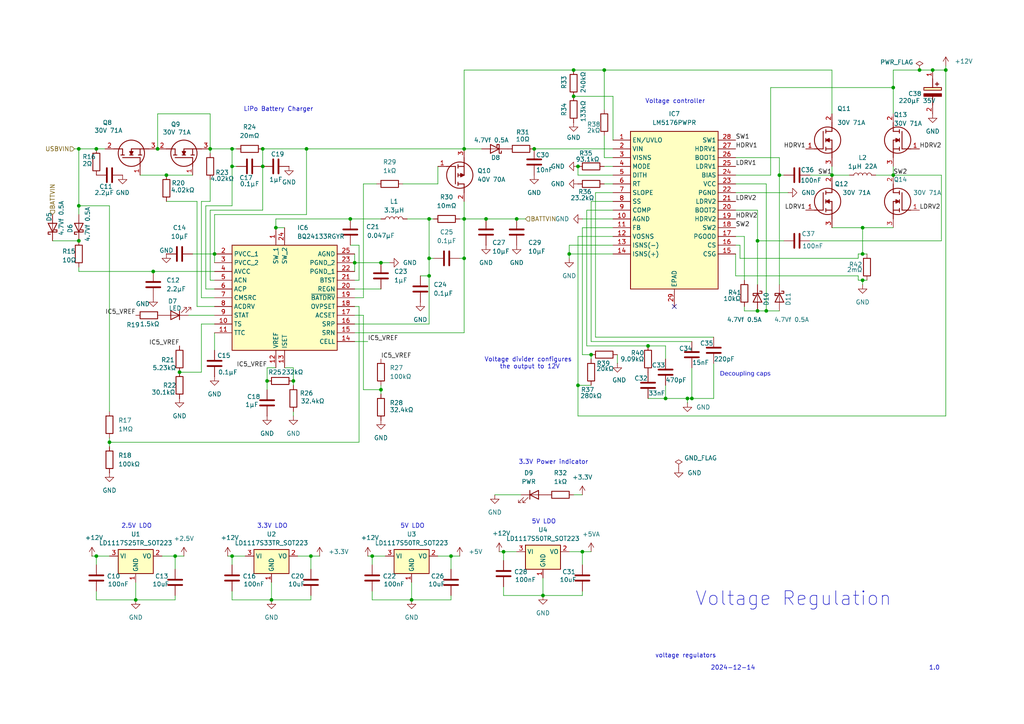
<source format=kicad_sch>
(kicad_sch (version 20231120) (generator "eeschema") (generator_version "8.0")
  (paper "A4")
  (junction (at 119.38 173.99))
  (junction (at 270.51 20.32))
  (junction (at 62.23 73.66))
  (junction (at 200.66 115.57))
  (junction (at 259.08 50.8))
  (junction (at 171.45 102.87))
  (junction (at 149.86 63.5))
  (junction (at 130.81 161.29))
  (junction (at 77.47 110.49))
  (junction (at 134.62 74.93))
  (junction (at 219.71 90.17))
  (junction (at 165.1 73.66))
  (junction (at 76.2 48.26))
  (junction (at 44.45 78.74))
  (junction (at 166.37 27.94))
  (junction (at 154.94 43.18))
  (junction (at 76.2 43.18))
  (junction (at 124.46 74.93))
  (junction (at 226.06 50.8))
  (junction (at 107.95 161.29))
  (junction (at 222.25 90.17))
  (junction (at 124.46 80.01))
  (junction (at 27.94 161.29))
  (junction (at 187.96 100.33))
  (junction (at 50.8 161.29))
  (junction (at 199.39 115.57))
  (junction (at 168.91 160.02))
  (junction (at 250.19 73.66))
  (junction (at 110.49 76.2))
  (junction (at 274.32 20.32))
  (junction (at 90.17 161.29))
  (junction (at 167.64 48.26))
  (junction (at 80.01 66.04))
  (junction (at 250.19 81.28))
  (junction (at 27.94 43.18))
  (junction (at 167.64 111.76))
  (junction (at 157.48 172.72))
  (junction (at 266.7 20.32))
  (junction (at 88.9 43.18))
  (junction (at 102.87 76.2))
  (junction (at 175.26 20.32))
  (junction (at 60.96 43.18))
  (junction (at 219.71 69.85))
  (junction (at 101.6 63.5))
  (junction (at 22.86 43.18))
  (junction (at 110.49 113.03))
  (junction (at 45.72 43.18))
  (junction (at 67.31 43.18))
  (junction (at 193.04 115.57))
  (junction (at 85.09 110.49))
  (junction (at 134.62 63.5))
  (junction (at 67.31 161.29))
  (junction (at 259.08 25.4))
  (junction (at 39.37 173.99))
  (junction (at 241.3 50.8))
  (junction (at 250.19 66.04))
  (junction (at 166.37 20.32))
  (junction (at 140.97 63.5))
  (junction (at 134.62 43.18))
  (junction (at 67.31 48.26))
  (junction (at 48.26 50.8))
  (junction (at 52.07 107.95))
  (junction (at 78.74 173.99))
  (junction (at 31.75 128.27))
  (junction (at 22.86 69.85))
  (junction (at 146.05 160.02))
  (junction (at 124.46 63.5))
  (junction (at 22.86 59.69))
  (no_connect (at 195.58 88.9))
  (wire (pts (xy 214.63 71.12) (xy 213.36 71.12)))
  (wire (pts (xy 62.23 73.66) (xy 62.23 62.23)))
  (wire (pts (xy 104.14 71.12) (xy 101.6 71.12)))
  (wire (pts (xy 199.39 115.57) (xy 199.39 116.84)))
  (wire (pts (xy 175.26 45.72) (xy 175.26 39.37)))
  (wire (pts (xy 60.96 43.18) (xy 60.96 44.45)))
  (wire (pts (xy 22.86 59.69) (xy 22.86 62.23)))
  (wire (pts (xy 270.51 20.32) (xy 274.32 20.32)))
  (wire (pts (xy 105.41 53.34) (xy 109.22 53.34)))
  (wire (pts (xy 124.46 74.93) (xy 125.73 74.93)))
  (wire (pts (xy 165.1 73.66) (xy 165.1 74.93)))
  (wire (pts (xy 134.62 43.18) (xy 139.7 43.18)))
  (wire (pts (xy 200.66 106.68) (xy 200.66 115.57)))
  (wire (pts (xy 259.08 25.4) (xy 259.08 33.02)))
  (wire (pts (xy 241.3 66.04) (xy 250.19 66.04)))
  (wire (pts (xy 67.31 43.18) (xy 68.58 43.18)))
  (wire (pts (xy 166.37 27.94) (xy 177.8 27.94)))
  (wire (pts (xy 62.23 93.98) (xy 58.42 93.98)))
  (wire (pts (xy 110.49 113.03) (xy 110.49 114.3)))
  (wire (pts (xy 168.91 172.72) (xy 157.48 172.72)))
  (wire (pts (xy 167.64 111.76) (xy 167.64 120.65)))
  (wire (pts (xy 179.07 105.41) (xy 179.07 102.87)))
  (wire (pts (xy 60.96 81.28) (xy 60.96 60.96)))
  (wire (pts (xy 67.31 163.83) (xy 67.31 161.29)))
  (wire (pts (xy 213.36 50.8) (xy 223.52 50.8)))
  (wire (pts (xy 60.96 33.02) (xy 60.96 43.18)))
  (wire (pts (xy 90.17 161.29) (xy 86.36 161.29)))
  (wire (pts (xy 90.17 173.99) (xy 78.74 173.99)))
  (wire (pts (xy 27.94 171.45) (xy 27.94 173.99)))
  (wire (pts (xy 31.75 119.38) (xy 31.75 59.69)))
  (wire (pts (xy 134.62 63.5) (xy 134.62 74.93)))
  (wire (pts (xy 248.92 81.28) (xy 250.19 81.28)))
  (wire (pts (xy 62.23 73.66) (xy 62.23 76.2)))
  (wire (pts (xy 121.92 80.01) (xy 124.46 80.01)))
  (wire (pts (xy 80.01 66.04) (xy 82.55 66.04)))
  (wire (pts (xy 250.19 81.28) (xy 250.19 82.55)))
  (wire (pts (xy 21.59 43.18) (xy 22.86 43.18)))
  (wire (pts (xy 167.64 120.65) (xy 274.32 120.65)))
  (wire (pts (xy 168.91 160.02) (xy 165.1 160.02)))
  (wire (pts (xy 44.45 78.74) (xy 62.23 78.74)))
  (wire (pts (xy 223.52 50.8) (xy 223.52 25.4)))
  (wire (pts (xy 90.17 165.1) (xy 90.17 161.29)))
  (wire (pts (xy 234.95 50.8) (xy 241.3 50.8)))
  (wire (pts (xy 171.45 58.42) (xy 171.45 99.06)))
  (wire (pts (xy 101.6 63.5) (xy 80.01 63.5)))
  (wire (pts (xy 251.46 81.28) (xy 250.19 81.28)))
  (wire (pts (xy 88.9 43.18) (xy 134.62 43.18)))
  (wire (pts (xy 200.66 115.57) (xy 199.39 115.57)))
  (wire (pts (xy 167.64 50.8) (xy 177.8 50.8)))
  (wire (pts (xy 50.8 172.72) (xy 50.8 173.99)))
  (wire (pts (xy 215.9 88.9) (xy 215.9 90.17)))
  (wire (pts (xy 22.86 59.69) (xy 31.75 59.69)))
  (wire (pts (xy 130.81 172.72) (xy 130.81 173.99)))
  (wire (pts (xy 177.8 55.88) (xy 172.72 55.88)))
  (wire (pts (xy 273.05 50.8) (xy 259.08 50.8)))
  (wire (pts (xy 62.23 88.9) (xy 57.15 88.9)))
  (wire (pts (xy 193.04 115.57) (xy 199.39 115.57)))
  (wire (pts (xy 213.36 68.58) (xy 215.9 68.58)))
  (wire (pts (xy 80.01 63.5) (xy 80.01 66.04)))
  (wire (pts (xy 134.62 63.5) (xy 140.97 63.5)))
  (wire (pts (xy 105.41 113.03) (xy 110.49 113.03)))
  (wire (pts (xy 187.96 115.57) (xy 193.04 115.57)))
  (wire (pts (xy 107.95 161.29) (xy 111.76 161.29)))
  (wire (pts (xy 251.46 73.66) (xy 250.19 73.66)))
  (wire (pts (xy 130.81 173.99) (xy 119.38 173.99)))
  (wire (pts (xy 241.3 48.26) (xy 241.3 50.8)))
  (wire (pts (xy 273.05 69.85) (xy 273.05 50.8)))
  (wire (pts (xy 146.05 160.02) (xy 149.86 160.02)))
  (wire (pts (xy 40.64 50.8) (xy 48.26 50.8)))
  (wire (pts (xy 110.49 63.5) (xy 101.6 63.5)))
  (wire (pts (xy 85.09 106.68) (xy 85.09 110.49)))
  (wire (pts (xy 102.87 76.2) (xy 102.87 78.74)))
  (wire (pts (xy 58.42 93.98) (xy 58.42 107.95)))
  (wire (pts (xy 175.26 20.32) (xy 241.3 20.32)))
  (wire (pts (xy 88.9 62.23) (xy 88.9 43.18)))
  (wire (pts (xy 172.72 97.79) (xy 207.01 97.79)))
  (wire (pts (xy 146.05 170.18) (xy 146.05 172.72)))
  (wire (pts (xy 57.15 58.42) (xy 57.15 88.9)))
  (wire (pts (xy 213.36 73.66) (xy 213.36 80.01)))
  (wire (pts (xy 116.84 53.34) (xy 127 53.34)))
  (wire (pts (xy 62.23 96.52) (xy 62.23 101.6)))
  (wire (pts (xy 27.94 43.18) (xy 30.48 43.18)))
  (wire (pts (xy 62.23 62.23) (xy 88.9 62.23)))
  (wire (pts (xy 143.51 143.51) (xy 151.13 143.51)))
  (wire (pts (xy 90.17 172.72) (xy 90.17 173.99)))
  (wire (pts (xy 58.42 107.95) (xy 52.07 107.95)))
  (wire (pts (xy 248.92 80.01) (xy 248.92 81.28)))
  (wire (pts (xy 110.49 111.76) (xy 110.49 113.03)))
  (wire (pts (xy 78.74 168.91) (xy 78.74 173.99)))
  (wire (pts (xy 27.94 163.83) (xy 27.94 161.29)))
  (wire (pts (xy 27.94 173.99) (xy 39.37 173.99)))
  (wire (pts (xy 207.01 105.41) (xy 207.01 115.57)))
  (wire (pts (xy 248.92 73.66) (xy 250.19 73.66)))
  (wire (pts (xy 177.8 68.58) (xy 167.64 68.58)))
  (wire (pts (xy 134.62 63.5) (xy 133.35 63.5)))
  (wire (pts (xy 60.96 58.42) (xy 60.96 52.07)))
  (wire (pts (xy 66.04 161.29) (xy 67.31 161.29)))
  (wire (pts (xy 222.25 53.34) (xy 222.25 90.17)))
  (wire (pts (xy 152.4 63.5) (xy 149.86 63.5)))
  (wire (pts (xy 102.87 83.82) (xy 110.49 83.82)))
  (wire (pts (xy 250.19 66.04) (xy 259.08 66.04)))
  (wire (pts (xy 104.14 81.28) (xy 102.87 81.28)))
  (wire (pts (xy 167.64 68.58) (xy 167.64 111.76)))
  (wire (pts (xy 76.2 43.18) (xy 88.9 43.18)))
  (wire (pts (xy 167.64 48.26) (xy 167.64 50.8)))
  (wire (pts (xy 215.9 68.58) (xy 215.9 81.28)))
  (wire (pts (xy 259.08 48.26) (xy 259.08 50.8)))
  (wire (pts (xy 124.46 74.93) (xy 124.46 63.5)))
  (wire (pts (xy 48.26 50.8) (xy 55.88 50.8)))
  (wire (pts (xy 102.87 96.52) (xy 134.62 96.52)))
  (wire (pts (xy 60.96 33.02) (xy 45.72 33.02)))
  (wire (pts (xy 177.8 60.96) (xy 170.18 60.96)))
  (wire (pts (xy 82.55 106.68) (xy 85.09 106.68)))
  (wire (pts (xy 168.91 66.04) (xy 168.91 102.87)))
  (wire (pts (xy 67.31 48.26) (xy 68.58 48.26)))
  (wire (pts (xy 85.09 119.38) (xy 85.09 120.65)))
  (wire (pts (xy 105.41 86.36) (xy 105.41 53.34)))
  (wire (pts (xy 177.8 27.94) (xy 177.8 40.64)))
  (wire (pts (xy 166.37 20.32) (xy 175.26 20.32)))
  (wire (pts (xy 177.8 66.04) (xy 168.91 66.04)))
  (wire (pts (xy 127 48.26) (xy 127 53.34)))
  (wire (pts (xy 105.41 91.44) (xy 105.41 113.03)))
  (wire (pts (xy 175.26 31.75) (xy 175.26 20.32)))
  (wire (pts (xy 219.71 60.96) (xy 219.71 69.85)))
  (wire (pts (xy 213.36 45.72) (xy 226.06 45.72)))
  (wire (pts (xy 133.35 74.93) (xy 134.62 74.93)))
  (wire (pts (xy 102.87 86.36) (xy 105.41 86.36)))
  (wire (pts (xy 219.71 90.17) (xy 222.25 90.17)))
  (wire (pts (xy 67.31 48.26) (xy 67.31 43.18)))
  (wire (pts (xy 259.08 25.4) (xy 259.08 20.32)))
  (wire (pts (xy 60.96 43.18) (xy 67.31 43.18)))
  (wire (pts (xy 165.1 71.12) (xy 165.1 73.66)))
  (wire (pts (xy 259.08 20.32) (xy 266.7 20.32)))
  (wire (pts (xy 134.62 58.42) (xy 134.62 63.5)))
  (wire (pts (xy 223.52 25.4) (xy 259.08 25.4)))
  (wire (pts (xy 62.23 81.28) (xy 60.96 81.28)))
  (wire (pts (xy 227.33 50.8) (xy 226.06 50.8)))
  (wire (pts (xy 213.36 80.01) (xy 248.92 80.01)))
  (wire (pts (xy 146.05 172.72) (xy 157.48 172.72)))
  (wire (pts (xy 67.31 171.45) (xy 67.31 173.99)))
  (wire (pts (xy 104.14 88.9) (xy 104.14 128.27)))
  (wire (pts (xy 171.45 102.87) (xy 168.91 102.87)))
  (wire (pts (xy 170.18 100.33) (xy 187.96 100.33)))
  (wire (pts (xy 130.81 161.29) (xy 127 161.29)))
  (wire (pts (xy 102.87 99.06) (xy 106.68 99.06)))
  (wire (pts (xy 104.14 88.9) (xy 102.87 88.9)))
  (wire (pts (xy 58.42 86.36) (xy 62.23 86.36)))
  (wire (pts (xy 219.71 69.85) (xy 219.71 82.55)))
  (wire (pts (xy 31.75 128.27) (xy 31.75 127)))
  (wire (pts (xy 124.46 80.01) (xy 124.46 74.93)))
  (wire (pts (xy 59.69 59.69) (xy 59.69 83.82)))
  (wire (pts (xy 167.64 111.76) (xy 171.45 111.76)))
  (wire (pts (xy 124.46 63.5) (xy 125.73 63.5)))
  (wire (pts (xy 214.63 74.93) (xy 214.63 71.12)))
  (wire (pts (xy 168.91 171.45) (xy 168.91 172.72)))
  (wire (pts (xy 250.19 66.04) (xy 250.19 73.66)))
  (wire (pts (xy 213.36 53.34) (xy 222.25 53.34)))
  (wire (pts (xy 67.31 161.29) (xy 71.12 161.29)))
  (wire (pts (xy 76.2 48.26) (xy 76.2 60.96)))
  (wire (pts (xy 50.8 165.1) (xy 50.8 161.29)))
  (wire (pts (xy 102.87 91.44) (xy 105.41 91.44)))
  (wire (pts (xy 54.61 91.44) (xy 62.23 91.44)))
  (wire (pts (xy 241.3 50.8) (xy 246.38 50.8)))
  (wire (pts (xy 175.26 48.26) (xy 177.8 48.26)))
  (wire (pts (xy 248.92 74.93) (xy 248.92 73.66)))
  (wire (pts (xy 171.45 160.02) (xy 168.91 160.02)))
  (wire (pts (xy 45.72 33.02) (xy 45.72 43.18)))
  (wire (pts (xy 50.8 173.99) (xy 39.37 173.99)))
  (wire (pts (xy 118.11 63.5) (xy 124.46 63.5)))
  (wire (pts (xy 67.31 48.26) (xy 67.31 59.69)))
  (wire (pts (xy 39.37 168.91) (xy 39.37 173.99)))
  (wire (pts (xy 171.45 99.06) (xy 200.66 99.06)))
  (wire (pts (xy 22.86 43.18) (xy 22.86 59.69)))
  (wire (pts (xy 57.15 58.42) (xy 48.26 58.42)))
  (wire (pts (xy 175.26 53.34) (xy 177.8 53.34)))
  (wire (pts (xy 193.04 100.33) (xy 187.96 100.33)))
  (wire (pts (xy 177.8 58.42) (xy 171.45 58.42)))
  (wire (pts (xy 228.6 55.88) (xy 213.36 55.88)))
  (wire (pts (xy 177.8 45.72) (xy 175.26 45.72)))
  (wire (pts (xy 113.03 76.2) (xy 110.49 76.2)))
  (wire (pts (xy 107.95 163.83) (xy 107.95 161.29)))
  (wire (pts (xy 15.24 69.85) (xy 22.86 69.85)))
  (wire (pts (xy 274.32 20.32) (xy 274.32 120.65)))
  (wire (pts (xy 234.95 69.85) (xy 273.05 69.85)))
  (wire (pts (xy 119.38 168.91) (xy 119.38 173.99)))
  (wire (pts (xy 134.62 20.32) (xy 134.62 43.18)))
  (wire (pts (xy 22.86 77.47) (xy 22.86 78.74)))
  (wire (pts (xy 102.87 73.66) (xy 102.87 76.2)))
  (wire (pts (xy 102.87 93.98) (xy 124.46 93.98)))
  (wire (pts (xy 226.06 45.72) (xy 226.06 50.8)))
  (wire (pts (xy 157.48 167.64) (xy 157.48 172.72)))
  (wire (pts (xy 133.35 161.29) (xy 130.81 161.29)))
  (wire (pts (xy 59.69 59.69) (xy 67.31 59.69)))
  (wire (pts (xy 62.23 83.82) (xy 59.69 83.82)))
  (wire (pts (xy 22.86 43.18) (xy 27.94 43.18)))
  (wire (pts (xy 58.42 58.42) (xy 60.96 58.42)))
  (wire (pts (xy 104.14 81.28) (xy 104.14 71.12)))
  (wire (pts (xy 76.2 48.26) (xy 76.2 43.18)))
  (wire (pts (xy 254 50.8) (xy 259.08 50.8)))
  (wire (pts (xy 165.1 73.66) (xy 177.8 73.66)))
  (wire (pts (xy 85.09 110.49) (xy 85.09 111.76)))
  (wire (pts (xy 134.62 20.32) (xy 166.37 20.32)))
  (wire (pts (xy 241.3 20.32) (xy 241.3 33.02)))
  (wire (pts (xy 154.94 43.18) (xy 177.8 43.18)))
  (wire (pts (xy 170.18 60.96) (xy 170.18 100.33)))
  (wire (pts (xy 55.88 73.66) (xy 62.23 73.66)))
  (wire (pts (xy 31.75 128.27) (xy 104.14 128.27)))
  (wire (pts (xy 77.47 106.68) (xy 80.01 106.68)))
  (wire (pts (xy 58.42 58.42) (xy 58.42 86.36)))
  (wire (pts (xy 222.25 90.17) (xy 226.06 90.17)))
  (wire (pts (xy 124.46 93.98) (xy 124.46 80.01)))
  (wire (pts (xy 77.47 106.68) (xy 77.47 110.49)))
  (wire (pts (xy 213.36 60.96) (xy 219.71 60.96)))
  (wire (pts (xy 130.81 165.1) (xy 130.81 161.29)))
  (wire (pts (xy 193.04 104.14) (xy 193.04 100.33)))
  (wire (pts (xy 107.95 173.99) (xy 119.38 173.99)))
  (wire (pts (xy 60.96 60.96) (xy 76.2 60.96)))
  (wire (pts (xy 102.87 76.2) (xy 110.49 76.2)))
  (wire (pts (xy 193.04 111.76) (xy 193.04 115.57)))
  (wire (pts (xy 67.31 173.99) (xy 78.74 173.99)))
  (wire (pts (xy 168.91 163.83) (xy 168.91 160.02)))
  (wire (pts (xy 27.94 161.29) (xy 31.75 161.29)))
  (wire (pts (xy 226.06 50.8) (xy 226.06 82.55)))
  (wire (pts (xy 50.8 161.29) (xy 46.99 161.29)))
  (wire (pts (xy 31.75 129.54) (xy 31.75 128.27)))
  (wire (pts (xy 207.01 115.57) (xy 200.66 115.57)))
  (wire (pts (xy 53.34 161.29) (xy 50.8 161.29)))
  (wire (pts (xy 106.68 161.29) (xy 107.95 161.29)))
  (wire (pts (xy 26.67 161.29) (xy 27.94 161.29)))
  (wire (pts (xy 22.86 78.74) (xy 44.45 78.74)))
  (wire (pts (xy 214.63 74.93) (xy 248.92 74.93)))
  (wire (pts (xy 274.32 19.05) (xy 274.32 20.32)))
  (wire (pts (xy 266.7 20.32) (xy 270.51 20.32)))
  (wire (pts (xy 177.8 71.12) (xy 165.1 71.12)))
  (wire (pts (xy 107.95 171.45) (xy 107.95 173.99)))
  (wire (pts (xy 149.86 63.5) (xy 140.97 63.5)))
  (wire (pts (xy 168.91 63.5) (xy 177.8 63.5)))
  (wire (pts (xy 77.47 110.49) (xy 77.47 113.03)))
  (wire (pts (xy 134.62 74.93) (xy 134.62 96.52)))
  (wire (pts (xy 166.37 143.51) (xy 168.91 143.51)))
  (wire (pts (xy 172.72 55.88) (xy 172.72 97.79)))
  (wire (pts (xy 219.71 69.85) (xy 227.33 69.85)))
  (wire (pts (xy 144.78 160.02) (xy 146.05 160.02)))
  (wire (pts (xy 146.05 162.56) (xy 146.05 160.02)))
  (wire (pts (xy 215.9 90.17) (xy 219.71 90.17)))
  (wire (pts (xy 171.45 102.87) (xy 171.45 104.14)))
  (wire (pts (xy 92.71 161.29) (xy 90.17 161.29)))
  (text "1.0" (at 271.018 193.802 0) (effects (font (size 1.27 1.27))))
  (text "Decoupling caps" (at 216.154 108.966 0) (effects (font (size 1.27 1.27))))
  (text "5V LDO\n" (at 119.634 152.654 0) (effects (font (size 1.27 1.27))))
  (text "3.3V Power indicator\n" (at 160.528 134.112 0) (effects (font (size 1.27 1.27))))
  (text "2024-12-14" (at 212.598 193.802 0) (effects (font (size 1.27 1.27))))
  (text "Voltage divider configures \nthe output to 12V" (at 153.67 105.41 0) (effects (font (size 1.27 1.27))))
  (text "2.5V LDO" (at 39.624 152.654 0) (effects (font (size 1.27 1.27))))
  (text "Voltage Regulation" (at 230.124 173.736 0) (effects (font (size 4 4))))
  (text "Voltage controller" (at 195.834 29.464 0) (effects (font (size 1.27 1.27))))
  (text "LiPo Battery Charger\n" (at 80.772 31.75 0) (effects (font (size 1.27 1.27))))
  (text "5V LDO\n" (at 157.734 151.384 0) (effects (font (size 1.27 1.27))))
  (text "voltage regulators\n" (at 198.882 190.246 0) (effects (font (size 1.27 1.27))))
  (text "3.3V LDO" (at 78.994 152.654 0) (effects (font (size 1.27 1.27))))
  (label "HDRV2" (at 213.36 63.5 0))
  (label "LDRV2" (at 266.7 60.96 0))
  (label "LDRV1" (at 213.36 48.26 0))
  (label "SW2" (at 259.08 50.8 0))
  (label "SW1" (at 241.3 50.8 180))
  (label "IC5_VREF" (at 110.49 104.14 0))
  (label "IC5_VREF" (at 52.07 100.33 180))
  (label "HDRV1" (at 213.36 43.18 0))
  (label "SW2" (at 213.36 66.04 0))
  (label "SW1" (at 213.36 40.64 0))
  (label "IC5_VREF" (at 106.68 99.06 0))
  (label "HDRV2" (at 266.7 43.18 0))
  (label "HDRV1" (at 233.68 43.18 180))
  (label "IC5_VREF" (at 77.47 106.68 180))
  (label "IC5_VREF" (at 39.37 91.44 180))
  (label "LDRV1" (at 233.68 60.96 180))
  (label "LDRV2" (at 213.36 58.42 0))
  (hierarchical_label "BATTVIN" (shape input) (at 15.24 62.23 90))
  (hierarchical_label "USBVIN" (shape input) (at 21.59 43.18 180))
  (hierarchical_label "BATTVIN" (shape input) (at 152.4 63.5 0))
  (symbol (lib_id "power:+12V") (at 66.04 161.29 0) (unit 1)
    (property "Reference" "#PWR033" (effects (hide yes)))
    (property "Value" "+12V" (at 64.008 155.956 0) (effects (justify left)))
    (property "Description" "Power symbol creates a global label with name \"+12V\"" (effects (hide yes)))
  )
  (symbol (lib_id "Device:C") (at 72.39 48.26 90) (unit 1)
    (property "Reference" "C17" (at 71.374 51.562 90))
    (property "Value" "0.1µF" (at 72.39 53.34 90))
    (property "Footprint" "Capacitor_SMD:C_0603_1608Metric" (effects (hide yes)))
    (property "Description" "Unpolarized capacitor" (effects (hide yes)))
  )
  (symbol (lib_id "Device:C") (at 44.45 82.55 0) (unit 1)
    (property "Reference" "C12" (at 48.26 81.2799 0) (effects (justify left)))
    (property "Value" "2.2µF" (at 48.26 83.8199 0) (effects (justify left)))
    (property "Footprint" "Capacitor_SMD:C_0603_1608Metric" (effects (hide yes)))
    (property "Description" "Unpolarized capacitor" (effects (hide yes)))
  )
  (symbol (lib_id "Device:R") (at 85.09 115.57 0) (unit 1)
    (property "Reference" "R26" (at 88.9 114.046 0))
    (property "Value" "32.4kΩ" (at 90.678 116.332 0))
    (property "Footprint" "Resistor_SMD:R_0603_1608Metric" (effects (hide yes)))
    (property "Description" "Resistor" (effects (hide yes)))
  )
  (symbol (lib_id "Device:R") (at 52.07 111.76 180) (unit 1)
    (property "Reference" "R22" (at 47.244 111.76 0) (effects (justify right)))
    (property "Value" "30.1kΩ" (at 43.942 113.792 0) (effects (justify right)))
    (property "Footprint" "Resistor_SMD:R_0603_1608Metric" (effects (hide yes)))
    (property "Description" "Resistor" (effects (hide yes)))
  )
  (symbol (lib_id "Device:R") (at 22.86 73.66 180) (unit 1)
    (property "Reference" "R15" (at 18.034 72.898 0) (effects (justify right)))
    (property "Value" "10Ω" (at 18.034 75.438 0) (effects (justify right)))
    (property "Footprint" "Resistor_SMD:R_0603_1608Metric" (effects (hide yes)))
    (property "Description" "Resistor" (effects (hide yes)))
  )
  (symbol (lib_id "power:GND") (at 62.23 109.22 0) (unit 1)
    (property "Reference" "#PWR032" (effects (hide yes)))
    (property "Value" "GND" (at 62.23 114.3 0))
    (property "Description" "Power symbol creates a global label with name \"GND\" , ground" (effects (hide yes)))
  )
  (symbol (lib_id "power:GND") (at 228.6 55.88 90) (unit 1)
    (property "Reference" "#PWR061" (effects (hide yes)))
    (property "Value" "GND" (at 232.41 55.8799 90) (effects (justify right)))
    (property "Description" "Power symbol creates a global label with name \"GND\" , ground" (effects (hide yes)))
  )
  (symbol (lib_id "power:GND") (at 167.64 53.34 270) (unit 1)
    (property "Reference" "#PWR054" (effects (hide yes)))
    (property "Value" "GND" (at 163.83 53.3401 90) (effects (justify right)))
    (property "Description" "Power symbol creates a global label with name \"GND\" , ground" (effects (hide yes)))
  )
  (symbol (lib_id "Device:C") (at 168.91 167.64 0) (unit 1)
    (property "Reference" "C31" (at 163.068 165.862 0) (effects (justify left)))
    (property "Value" "10uF" (at 162.306 168.148 0) (effects (justify left)))
    (property "Footprint" "Capacitor_SMD:C_0603_1608Metric" (effects (hide yes)))
    (property "Description" "Unpolarized capacitor" (effects (hide yes)))
  )
  (symbol (lib_id "Device:R") (at 72.39 43.18 270) (unit 1)
    (property "Reference" "R24" (at 72.39 36.83 90))
    (property "Value" "20mΩ" (at 72.39 39.37 90))
    (property "Footprint" "Resistor_SMD:R_0603_1608Metric" (effects (hide yes)))
    (property "Description" "Resistor" (effects (hide yes)))
  )
  (symbol (lib_id "IPD047N03LF2SATMA1:IPD047N03LF2SATMA1") (at 55.88 50.8 90) (unit 1)
    (property "Reference" "Q9" (at 52.324 36.068 90) (effects (justify left)))
    (property "Value" "30V 71A" (at 55.372 38.354 90) (effects (justify left)))
    (property "Footprint" "kuben-footprints:IPD047N03LF2SATMA1" (effects (hide yes)))
    (property "Datasheet" "https://www.infineon.com/dgdl/Infineon-IPD047N03LF2S-DataSheet-v01_00-EN.pdf?fileId=8ac78c8c92416ca50192b89c5f296484" (effects (hide yes)))
    (property "Description" "N-Channel 30 V 71A (Tc) 65W (Tc) Surface Mount PG-TO252-3" (effects (hide yes)))
    (property "Description_1" "N-Channel 30 V 71A (Tc) 65W (Tc) Surface Mount PG-TO252-3" (effects (hide yes)))
    (property "Height" "2.52" (effects (hide yes)))
    (property "Manufacturer_Name" "Infineon" (effects (hide yes)))
    (property "Manufacturer_Part_Number" "IPD047N03LF2SATMA1" (effects (hide yes)))
  )
  (symbol (lib_id "Device:C") (at 121.92 83.82 180) (unit 1)
    (property "Reference" "C24" (at 125.73 82.5499 0) (effects (justify right)))
    (property "Value" "0.1µF" (at 125.73 85.0899 0) (effects (justify right)))
    (property "Footprint" "Capacitor_SMD:C_0603_1608Metric" (effects (hide yes)))
    (property "Description" "Unpolarized capacitor" (effects (hide yes)))
  )
  (symbol (lib_id "Device:D_Schottky") (at 143.51 43.18 180) (unit 1)
    (property "Reference" "D8" (at 145.0976 45.72 0) (effects (justify left)))
    (property "Value" "4.7Vf 0.5A" (at 147.574 40.64 0) (effects (justify left)))
    (property "Footprint" "kuben-footprints:DIOC1709X85N" (effects (hide yes)))
    (property "Description" "Schottky diode" (effects (hide yes)))
    (property "Height" "0.85" (effects (hide yes)))
    (property "Mouser Part Number" "750-CDBU0520" (effects (hide yes)))
    (property "Mouser Price/Stock" "https://www.mouser.co.uk/ProductDetail/Comchip-Technology/CDBU0520?qs=QrYNfmA0esYvGSGDalbccA%3D%3D" (effects (hide yes)))
    (property "Manufacturer_Name" "Comchip Technology" (effects (hide yes)))
    (property "Manufacturer_Part_Number" "CDBU0520" (effects (hide yes)))
  )
  (symbol (lib_id "Device:D_Schottky") (at 219.71 86.36 270) (unit 1)
    (property "Reference" "D10" (at 222.25 84.7724 0) (effects (justify left)))
    (property "Value" "4.7Vf 0.5A" (at 210.82 92.71 90) (effects (justify left)))
    (property "Footprint" "kuben-footprints:DIOC1709X85N" (effects (hide yes)))
    (property "Description" "Schottky diode" (effects (hide yes)))
    (property "Height" "0.85" (effects (hide yes)))
    (property "Mouser Part Number" "750-CDBU0520" (effects (hide yes)))
    (property "Mouser Price/Stock" "https://www.mouser.co.uk/ProductDetail/Comchip-Technology/CDBU0520?qs=QrYNfmA0esYvGSGDalbccA%3D%3D" (effects (hide yes)))
    (property "Manufacturer_Name" "Comchip Technology" (effects (hide yes)))
    (property "Manufacturer_Part_Number" "CDBU0520" (effects (hide yes)))
  )
  (symbol (lib_id "power:PWR_FLAG") (at 196.85 135.89 0) (unit 1)
    (property "Reference" "#FLG01" (effects (hide yes)))
    (property "Value" "GND_FLAG" (at 203.2 132.842 0))
    (property "Description" "Special symbol for telling ERC where power comes from" (effects (hide yes)))
  )
  (symbol (lib_id "Device:R") (at 81.28 110.49 270) (unit 1)
    (property "Reference" "R25" (at 79.756 107.95 90))
    (property "Value" "232kΩ" (at 84.836 107.95 90))
    (property "Footprint" "Resistor_SMD:R_0603_1608Metric" (effects (hide yes)))
    (property "Description" "Resistor" (effects (hide yes)))
  )
  (symbol (lib_id "power:GND") (at 165.1 74.93 0) (unit 1)
    (property "Reference" "#PWR051" (effects (hide yes)))
    (property "Value" "GND" (at 165.1 80.01 0))
    (property "Description" "Power symbol creates a global label with name \"GND\" , ground" (effects (hide yes)))
  )
  (symbol (lib_id "power:+3.3V") (at 168.91 143.51 0) (unit 1)
    (property "Reference" "#PWR056" (effects (hide yes)))
    (property "Value" "+3.3V" (at 168.91 138.43 0))
    (property "Description" "Power symbol creates a global label with name \"+3.3V\"" (effects (hide yes)))
  )
  (symbol (lib_id "Regulator_Linear:LD1117S25TR_SOT223") (at 39.37 161.29 0) (unit 1)
    (property "Reference" "U1" (at 39.37 154.94 0))
    (property "Value" "LD1117S25TR_SOT223" (at 39.37 157.48 0))
    (property "Footprint" "Package_TO_SOT_SMD:SOT-223-3_TabPin2" (effects (hide yes)))
    (property "Datasheet" "http://www.st.com/st-web-ui/static/active/en/resource/technical/document/datasheet/CD00000544.pdf" (effects (hide yes)))
    (property "Description" "800mA Fixed Low Drop Positive Voltage Regulator, Fixed Output 2.5V, SOT-223" (effects (hide yes)))
  )
  (symbol (lib_id "Device:C") (at 187.96 111.76 180) (unit 1)
    (property "Reference" "C32" (at 185.928 109.728 0))
    (property "Value" "33nF" (at 190.5 114.046 0))
    (property "Footprint" "Capacitor_SMD:C_0603_1608Metric" (effects (hide yes)))
    (property "Description" "Unpolarized capacitor" (effects (hide yes)))
  )
  (symbol (lib_id "IPD047N03LF2SATMA1:IPD047N03LF2SATMA1") (at 233.68 43.18 0) (unit 1)
    (property "Reference" "Q11" (at 242.824 31.496 0) (effects (justify left)))
    (property "Value" "30V 71A" (at 242.824 35.56 0) (effects (justify left)))
    (property "Footprint" "kuben-footprints:IPD047N03LF2SATMA1" (effects (hide yes)))
    (property "Datasheet" "https://www.infineon.com/dgdl/Infineon-IPD047N03LF2S-DataSheet-v01_00-EN.pdf?fileId=8ac78c8c92416ca50192b89c5f296484" (effects (hide yes)))
    (property "Description" "N-Channel 30 V 71A (Tc) 65W (Tc) Surface Mount PG-TO252-3" (effects (hide yes)))
    (property "Description_1" "N-Channel 30 V 71A (Tc) 65W (Tc) Surface Mount PG-TO252-3" (effects (hide yes)))
    (property "Height" "2.52" (effects (hide yes)))
    (property "Manufacturer_Name" "Infineon" (effects (hide yes)))
    (property "Manufacturer_Part_Number" "IPD047N03LF2SATMA1" (effects (hide yes)))
  )
  (symbol (lib_id "power:+5V") (at 133.35 161.29 0) (unit 1)
    (property "Reference" "#PWR044" (effects (hide yes)))
    (property "Value" "+5V" (at 135.89 160.0199 0) (effects (justify left)))
    (property "Description" "Power symbol creates a global label with name \"+5V\"" (effects (hide yes)))
  )
  (symbol (lib_id "Device:C") (at 193.04 107.95 180) (unit 1)
    (property "Reference" "C33" (at 191.008 105.918 0))
    (property "Value" "470pF" (at 196.088 110.236 0))
    (property "Footprint" "Capacitor_SMD:C_0603_1608Metric" (effects (hide yes)))
    (property "Description" "Unpolarized capacitor" (effects (hide yes)))
  )
  (symbol (lib_id "Device:R") (at 162.56 143.51 90) (unit 1)
    (property "Reference" "R32" (at 162.56 137.16 90))
    (property "Value" "1kΩ" (at 162.56 139.7 90))
    (property "Footprint" "Resistor_SMD:R_0603_1608Metric" (effects (hide yes)))
    (property "Description" "Resistor" (effects (hide yes)))
  )
  (symbol (lib_id "Device:R") (at 48.26 54.61 180) (unit 1)
    (property "Reference" "R20" (at 49.784 53.086 0) (effects (justify right)))
    (property "Value" "4.02kΩ" (at 49.53 55.118 0) (effects (justify right)))
    (property "Footprint" "Resistor_SMD:R_0603_1608Metric" (effects (hide yes)))
    (property "Description" "Resistor" (effects (hide yes)))
  )
  (symbol (lib_id "MAL215099001E3:MAL215099001E3") (at 270.51 20.32 270) (unit 1)
    (property "Reference" "C38" (at 263.398 27.178 90) (effects (justify left)))
    (property "Value" "220µF 35V" (at 260.604 29.21 90) (effects (justify left)))
    (property "Footprint" "kuben-footprints:CAPAE1050X1050N" (effects (hide yes)))
    (property "Description" "Aluminum Electrolytic Capacitors - SMD 220uF 35volts" (effects (hide yes)))
    (property "Height" "10.5" (effects (hide yes)))
    (property "Mouser Part Number" "594-MAL215099001E3" (effects (hide yes)))
    (property "Mouser Price/Stock" "https://www.mouser.co.uk/ProductDetail/Vishay-BC-Components/MAL215099001E3?qs=Ep9Lwju7gVqiNejX6ixLsw%3D%3D" (effects (hide yes)))
    (property "Manufacturer_Name" "Vishay" (effects (hide yes)))
    (property "Manufacturer_Part_Number" "MAL215099001E3" (effects (hide yes)))
  )
  (symbol (lib_id "power:GND") (at 119.38 173.99 0) (unit 1)
    (property "Reference" "#PWR042" (effects (hide yes)))
    (property "Value" "GND" (at 119.38 179.07 0))
    (property "Description" "Power symbol creates a global label with name \"GND\" , ground" (effects (hide yes)))
  )
  (symbol (lib_id "Device:LED") (at 154.94 143.51 0) (unit 1)
    (property "Reference" "D9" (at 153.3525 137.16 0))
    (property "Value" "PWR" (at 153.3525 139.7 0))
    (property "Footprint" "Diode_SMD:D_0603_1608Metric" (effects (hide yes)))
    (property "Description" "Light emitting diode" (effects (hide yes)))
  )
  (symbol (lib_id "Device:C") (at 149.86 67.31 0) (unit 1)
    (property "Reference" "C29" (at 153.162 70.358 0) (effects (justify left)))
    (property "Value" "10µF" (at 153.162 72.898 0) (effects (justify left)))
    (property "Footprint" "Capacitor_SMD:C_0603_1608Metric" (effects (hide yes)))
    (property "Description" "Unpolarized capacitor" (effects (hide yes)))
  )
  (symbol (lib_id "power:GND") (at 166.37 35.56 0) (unit 1)
    (property "Reference" "#PWR052" (effects (hide yes)))
    (property "Value" "GND" (at 166.37 39.878 0))
    (property "Description" "Power symbol creates a global label with name \"GND\" , ground" (effects (hide yes)))
  )
  (symbol (lib_id "power:GND") (at 52.07 115.57 0) (unit 1)
    (property "Reference" "#PWR030" (effects (hide yes)))
    (property "Value" "GND" (at 52.07 120.65 0))
    (property "Description" "Power symbol creates a global label with name \"GND\" , ground" (effects (hide yes)))
  )
  (symbol (lib_id "power:PWR_FLAG") (at 266.7 20.32 0) (unit 1)
    (property "Reference" "#FLG02" (effects (hide yes)))
    (property "Value" "PWR_FLAG" (at 260.096 18.034 0))
    (property "Description" "Special symbol for telling ERC where power comes from" (effects (hide yes)))
  )
  (symbol (lib_id "Device:C") (at 146.05 166.37 0) (unit 1)
    (property "Reference" "C28" (at 149.098 165.862 0) (effects (justify left)))
    (property "Value" "100nF" (at 149.352 168.148 0) (effects (justify left)))
    (property "Footprint" "Capacitor_SMD:C_0603_1608Metric" (effects (hide yes)))
    (property "Description" "Unpolarized capacitor" (effects (hide yes)))
  )
  (symbol (lib_id "power:GND") (at 113.03 76.2 90) (unit 1)
    (property "Reference" "#PWR041" (effects (hide yes)))
    (property "Value" "GND" (at 116.84 76.1999 90) (effects (justify right)))
    (property "Description" "Power symbol creates a global label with name \"GND\" , ground" (effects (hide yes)))
  )
  (symbol (lib_id "Device:L") (at 250.19 50.8 90) (unit 1)
    (property "Reference" "L2" (at 250.19 45.72 90))
    (property "Value" "1µH 22A" (at 250.19 48.26 90))
    (property "Footprint" "kuben-footprints:INDPM6965X300N" (effects (hide yes)))
    (property "Description" "Inductor" (effects (hide yes)))
    (property "Height" "3" (effects (hide yes)))
    (property "Mouser Part Number" "70-IHLP2525CZR1R0M06" (effects (hide yes)))
    (property "Mouser Price/Stock" "https://www.mouser.co.uk/ProductDetail/Vishay-Dale/IHLP2525CZER1R0M06?qs=gMuw6kkpPFiOvUjVH4k3sQ%3D%3D" (effects (hide yes)))
    (property "Manufacturer_Name" "Vishay" (effects (hide yes)))
    (property "Manufacturer_Part_Number" "IHLP2525CZER1R0M06" (effects (hide yes)))
  )
  (symbol (lib_id "power:GND") (at 77.47 120.65 0) (unit 1)
    (property "Reference" "#PWR034" (effects (hide yes)))
    (property "Value" "GND" (at 77.47 125.73 0))
    (property "Description" "Power symbol creates a global label with name \"GND\" , ground" (effects (hide yes)))
  )
  (symbol (lib_id "power:+5V") (at 171.45 160.02 0) (unit 1)
    (property "Reference" "#PWR057" (effects (hide yes)))
    (property "Value" "+5VA" (at 171.45 154.94 0))
    (property "Description" "Power symbol creates a global label with name \"+5V\"" (effects (hide yes)))
  )
  (symbol (lib_id "Device:C") (at 231.14 50.8 90) (unit 1)
    (property "Reference" "C36" (at 234.188 49.276 90))
    (property "Value" "100nF" (at 235.204 52.324 90))
    (property "Footprint" "Capacitor_SMD:C_0603_1608Metric" (effects (hide yes)))
    (property "Description" "Unpolarized capacitor" (effects (hide yes)))
  )
  (symbol (lib_id "power:+12V") (at 144.78 160.02 0) (unit 1)
    (property "Reference" "#PWR047" (effects (hide yes)))
    (property "Value" "+12V" (at 142.748 154.686 0) (effects (justify left)))
    (property "Description" "Power symbol creates a global label with name \"+12V\"" (effects (hide yes)))
  )
  (symbol (lib_id "Device:C") (at 50.8 168.91 0) (unit 1)
    (property "Reference" "C13" (at 44.958 167.132 0) (effects (justify left)))
    (property "Value" "10uF" (at 44.196 169.418 0) (effects (justify left)))
    (property "Footprint" "Capacitor_SMD:C_0603_1608Metric" (effects (hide yes)))
    (property "Description" "Unpolarized capacitor" (effects (hide yes)))
  )
  (symbol (lib_id "power:GND") (at 199.39 116.84 0) (unit 1)
    (property "Reference" "#PWR060" (effects (hide yes)))
    (property "Value" "GND" (at 201.93 118.1099 0) (effects (justify left)))
    (property "Description" "Power symbol creates a global label with name \"GND\" , ground" (effects (hide yes)))
  )
  (symbol (lib_id "BQ24133RGYR:BQ24133RGYR") (at 82.55 66.04 270) (unit 1)
    (property "Reference" "IC6" (at 86.1824 66.04 90) (effects (justify left)))
    (property "Value" "BQ24133RGYR" (at 86.1824 68.58 90) (effects (justify left)))
    (property "Footprint" "kuben-footprints:BQ24133RGYR" (effects (hide yes)))
    (property "Datasheet" "http://www.ti.com/lit/gpn/BQ24133" (effects (hide yes)))
    (property "Description" "Synchronous Switch-Mode Li-Ion and Li-Polymer Stand-Alone Battery Charger" (effects (hide yes)))
    (property "Height" "1" (effects (hide yes)))
    (property "Mouser Part Number" "595-BQ24133RGYR" (effects (hide yes)))
    (property "Mouser Price/Stock" "https://www.mouser.co.uk/ProductDetail/Texas-Instruments/BQ24133RGYR?qs=O1HRStiETChtddIVJFsUHw%3D%3D" (effects (hide yes)))
    (property "Manufacturer_Name" "Texas Instruments" (effects (hide yes)))
    (property "Manufacturer_Part_Number" "BQ24133RGYR" (effects (hide yes)))
  )
  (symbol (lib_id "Regulator_Linear:LD1117S50TR_SOT223") (at 119.38 161.29 0) (unit 1)
    (property "Reference" "U3" (at 119.38 154.94 0))
    (property "Value" "LD1117S50TR_SOT223" (at 119.38 157.48 0))
    (property "Footprint" "Package_TO_SOT_SMD:SOT-223-3_TabPin2" (effects (hide yes)))
    (property "Datasheet" "http://www.st.com/st-web-ui/static/active/en/resource/technical/document/datasheet/CD00000544.pdf" (effects (hide yes)))
    (property "Description" "800mA Fixed Low Drop Positive Voltage Regulator, Fixed Output 5.0V, SOT-223" (effects (hide yes)))
  )
  (symbol (lib_id "Device:R") (at 175.26 35.56 180) (unit 1)
    (property "Reference" "R38" (at 172.212 36.068 0))
    (property "Value" "2kΩ" (at 172.212 37.846 0))
    (property "Footprint" "Resistor_SMD:R_0603_1608Metric" (effects (hide yes)))
    (property "Description" "Resistor" (effects (hide yes)))
  )
  (symbol (lib_id "Device:R") (at 31.75 133.35 180) (unit 1)
    (property "Reference" "R18" (at 34.29 132.0799 0) (effects (justify right)))
    (property "Value" "100kΩ" (at 34.29 134.6199 0) (effects (justify right)))
    (property "Footprint" "Resistor_SMD:R_0603_1608Metric" (effects (hide yes)))
    (property "Description" "Resistor" (effects (hide yes)))
  )
  (symbol (lib_id "Device:C") (at 101.6 67.31 180) (unit 1)
    (property "Reference" "C21" (at 106.172 65.786 0) (effects (justify right)))
    (property "Value" "0.047µF" (at 106.426 68.326 0) (effects (justify right)))
    (property "Footprint" "Capacitor_SMD:C_0603_1608Metric" (effects (hide yes)))
    (property "Description" "Unpolarized capacitor" (effects (hide yes)))
  )
  (symbol (lib_id "Device:D_Schottky") (at 226.06 86.36 270) (unit 1)
    (property "Reference" "D11" (at 228.6 84.7724 0) (effects (justify left)))
    (property "Value" "4.7Vf 0.5A" (at 224.536 92.71 90) (effects (justify left)))
    (property "Footprint" "kuben-footprints:DIOC1709X85N" (effects (hide yes)))
    (property "Description" "Schottky diode" (effects (hide yes)))
    (property "Height" "0.85" (effects (hide yes)))
    (property "Mouser Part Number" "750-CDBU0520" (effects (hide yes)))
    (property "Mouser Price/Stock" "https://www.mouser.co.uk/ProductDetail/Comchip-Technology/CDBU0520?qs=QrYNfmA0esYvGSGDalbccA%3D%3D" (effects (hide yes)))
    (property "Manufacturer_Name" "Comchip Technology" (effects (hide yes)))
    (property "Manufacturer_Part_Number" "CDBU0520" (effects (hide yes)))
  )
  (symbol (lib_id "IPD047N03LF2SATMA1:IPD047N03LF2SATMA1") (at 266.7 60.96 0) (mirror y) (unit 1)
    (property "Reference" "Q14" (at 263.144 52.07 0) (effects (justify left)))
    (property "Value" "30V 71A" (at 273.05 55.88 0) (effects (justify left)))
    (property "Footprint" "kuben-footprints:IPD047N03LF2SATMA1" (effects (hide yes)))
    (property "Datasheet" "https://www.infineon.com/dgdl/Infineon-IPD047N03LF2S-DataSheet-v01_00-EN.pdf?fileId=8ac78c8c92416ca50192b89c5f296484" (effects (hide yes)))
    (property "Description" "N-Channel 30 V 71A (Tc) 65W (Tc) Surface Mount PG-TO252-3" (effects (hide yes)))
    (property "Description_1" "N-Channel 30 V 71A (Tc) 65W (Tc) Surface Mount PG-TO252-3" (effects (hide yes)))
    (property "Height" "2.52" (effects (hide yes)))
    (property "Manufacturer_Name" "Infineon" (effects (hide yes)))
    (property "Manufacturer_Part_Number" "IPD047N03LF2SATMA1" (effects (hide yes)))
  )
  (symbol (lib_id "Device:R") (at 151.13 43.18 270) (unit 1)
    (property "Reference" "R31" (at 151.638 38.354 90))
    (property "Value" "10Ω" (at 151.638 40.386 90))
    (property "Footprint" "Resistor_SMD:R_0603_1608Metric" (effects (hide yes)))
    (property "Description" "Resistor" (effects (hide yes)))
  )
  (symbol (lib_id "Device:R") (at 43.18 91.44 90) (unit 1)
    (property "Reference" "R19" (at 38.608 94.234 90))
    (property "Value" "1.5kΩ" (at 43.434 93.98 90))
    (property "Footprint" "Resistor_SMD:R_0603_1608Metric" (effects (hide yes)))
    (property "Description" "Resistor" (effects (hide yes)))
  )
  (symbol (lib_id "Regulator_Linear:LD1117S50TR_SOT223") (at 157.48 160.02 0) (unit 1)
    (property "Reference" "U4" (at 157.48 153.67 0))
    (property "Value" "LD1117S50TR_SOT223" (at 157.48 156.21 0))
    (property "Footprint" "Package_TO_SOT_SMD:SOT-223-3_TabPin2" (effects (hide yes)))
    (property "Datasheet" "http://www.st.com/st-web-ui/static/active/en/resource/technical/document/datasheet/CD00000544.pdf" (effects (hide yes)))
    (property "Description" "800mA Fixed Low Drop Positive Voltage Regulator, Fixed Output 5.0V, SOT-223" (effects (hide yes)))
  )
  (symbol (lib_id "power:GND") (at 48.26 73.66 0) (unit 1)
    (property "Reference" "#PWR029" (effects (hide yes)))
    (property "Value" "GND" (at 48.26 72.644 0))
    (property "Description" "Power symbol creates a global label with name \"GND\" , ground" (effects (hide yes)))
  )
  (symbol (lib_id "Device:C") (at 31.75 50.8 90) (unit 1)
    (property "Reference" "C11" (at 30.734 54.102 90))
    (property "Value" "2.2µF" (at 30.226 55.88 90))
    (property "Footprint" "Capacitor_SMD:C_0603_1608Metric" (effects (hide yes)))
    (property "Description" "Unpolarized capacitor" (effects (hide yes)))
  )
  (symbol (lib_id "Device:R") (at 52.07 104.14 180) (unit 1)
    (property "Reference" "R21" (at 46.736 104.394 0) (effects (justify right)))
    (property "Value" "5.23kΩ" (at 44.196 106.68 0) (effects (justify right)))
    (property "Footprint" "Resistor_SMD:R_0603_1608Metric" (effects (hide yes)))
    (property "Description" "Resistor" (effects (hide yes)))
  )
  (symbol (lib_id "power:+12V") (at 274.32 19.05 0) (unit 1)
    (property "Reference" "#PWR064" (effects (hide yes)))
    (property "Value" "+12V" (at 276.86 17.7799 0) (effects (justify left)))
    (property "Description" "Power symbol creates a global label with name \"+12V\"" (effects (hide yes)))
  )
  (symbol (lib_id "Device:C") (at 110.49 80.01 180) (unit 1)
    (property "Reference" "C23" (at 114.3 78.7399 0) (effects (justify right)))
    (property "Value" "1µF" (at 114.3 81.2799 0) (effects (justify right)))
    (property "Footprint" "Capacitor_SMD:C_0603_1608Metric" (effects (hide yes)))
    (property "Description" "Unpolarized capacitor" (effects (hide yes)))
  )
  (symbol (lib_id "IPD047N03LF2SATMA1:IPD047N03LF2SATMA1") (at 266.7 43.18 0) (mirror y) (unit 1)
    (property "Reference" "Q13" (at 263.144 33.274 0) (effects (justify left)))
    (property "Value" "30V 71A" (at 267.462 35.814 0) (effects (justify left)))
    (property "Footprint" "kuben-footprints:IPD047N03LF2SATMA1" (effects (hide yes)))
    (property "Datasheet" "https://www.infineon.com/dgdl/Infineon-IPD047N03LF2S-DataSheet-v01_00-EN.pdf?fileId=8ac78c8c92416ca50192b89c5f296484" (effects (hide yes)))
    (property "Description" "N-Channel 30 V 71A (Tc) 65W (Tc) Surface Mount PG-TO252-3" (effects (hide yes)))
    (property "Description_1" "N-Channel 30 V 71A (Tc) 65W (Tc) Surface Mount PG-TO252-3" (effects (hide yes)))
    (property "Height" "2.52" (effects (hide yes)))
    (property "Manufacturer_Name" "Infineon" (effects (hide yes)))
    (property "Manufacturer_Part_Number" "IPD047N03LF2SATMA1" (effects (hide yes)))
  )
  (symbol (lib_id "Device:R") (at 166.37 24.13 180) (unit 1)
    (property "Reference" "R33" (at 163.576 23.876 90))
    (property "Value" "240kΩ" (at 169.164 23.876 90))
    (property "Footprint" "Resistor_SMD:R_0603_1608Metric" (effects (hide yes)))
    (property "Description" "Resistor" (effects (hide yes)))
  )
  (symbol (lib_id "Device:R") (at 166.37 31.75 180) (unit 1)
    (property "Reference" "R34" (at 163.576 31.75 90))
    (property "Value" "133kΩ" (at 169.164 32.258 90))
    (property "Footprint" "Resistor_SMD:R_0603_1608Metric" (effects (hide yes)))
    (property "Description" "Resistor" (effects (hide yes)))
  )
  (symbol (lib_id "power:GND") (at 39.37 173.99 0) (unit 1)
    (property "Reference" "#PWR027" (effects (hide yes)))
    (property "Value" "GND" (at 39.37 179.07 0))
    (property "Description" "Power symbol creates a global label with name \"GND\" , ground" (effects (hide yes)))
  )
  (symbol (lib_id "Device:C") (at 77.47 116.84 0) (unit 1)
    (property "Reference" "C18" (at 71.628 115.062 0) (effects (justify left)))
    (property "Value" "1µF" (at 71.12 117.348 0) (effects (justify left)))
    (property "Footprint" "Capacitor_SMD:C_0603_1608Metric" (effects (hide yes)))
    (property "Description" "Unpolarized capacitor" (effects (hide yes)))
  )
  (symbol (lib_id "power:+12V") (at 106.68 161.29 0) (unit 1)
    (property "Reference" "#PWR039" (effects (hide yes)))
    (property "Value" "+12V" (at 104.648 155.956 0) (effects (justify left)))
    (property "Description" "Power symbol creates a global label with name \"+12V\"" (effects (hide yes)))
  )
  (symbol (lib_id "Device:C") (at 231.14 69.85 90) (unit 1)
    (property "Reference" "C37" (at 234.442 67.818 90))
    (property "Value" "100nF" (at 235.712 71.374 90))
    (property "Footprint" "Capacitor_SMD:C_0603_1608Metric" (effects (hide yes)))
    (property "Description" "Unpolarized capacitor" (effects (hide yes)))
  )
  (symbol (lib_id "Device:C") (at 67.31 167.64 0) (unit 1)
    (property "Reference" "C16" (at 70.358 167.132 0) (effects (justify left)))
    (property "Value" "100nF" (at 70.612 169.418 0) (effects (justify left)))
    (property "Footprint" "Capacitor_SMD:C_0603_1608Metric" (effects (hide yes)))
    (property "Description" "Unpolarized capacitor" (effects (hide yes)))
  )
  (symbol (lib_id "power:GND") (at 250.19 82.55 0) (unit 1)
    (property "Reference" "#PWR062" (effects (hide yes)))
    (property "Value" "GND" (at 250.19 87.63 0))
    (property "Description" "Power symbol creates a global label with name \"GND\" , ground" (effects (hide yes)))
  )
  (symbol (lib_id "Device:R") (at 215.9 85.09 180) (unit 1)
    (property "Reference" "R41" (at 213.106 84.836 0))
    (property "Value" "10kΩ" (at 212.344 86.614 0))
    (property "Footprint" "Resistor_SMD:R_0603_1608Metric" (effects (hide yes)))
    (property "Description" "Resistor" (effects (hide yes)))
  )
  (symbol (lib_id "LM5176PWPR:LM5176PWPR") (at 177.8 40.64 0) (unit 1)
    (property "Reference" "IC7" (at 195.58 33.02 0))
    (property "Value" "LM5176PWPR" (at 195.58 35.56 0))
    (property "Footprint" "kuben-footprints:SOP65P640X120-29N" (effects (hide yes)))
    (property "Datasheet" "http://www.ti.com/lit/gpn/LM5176" (effects (hide yes)))
    (property "Description" "55V wide VIN synchronous 4-switch buck-boost controller" (effects (hide yes)))
    (property "Height" "1.2" (effects (hide yes)))
    (property "Manufacturer_Name" "Texas Instruments" (effects (hide yes)))
    (property "Manufacturer_Part_Number" "LM5176PWPR" (effects (hide yes)))
    (property "Arrow Part Number" "LM5176PWPR" (effects (hide yes)))
    (property "Arrow Price/Stock" "https://www.arrow.com/en/products/lm5176pwpr/texas-instruments?region=nac" (effects (hide yes)))
    (property "Mouser Part Number" "595-LM5176PWPR" (effects (hide yes)))
    (property "Mouser Price/Stock" "https://www.mouser.co.uk/ProductDetail/Texas-Instruments/LM5176PWPR?qs=gt1LBUVyoHk0fvuzFST3Ew%3D%3D" (effects (hide yes)))
  )
  (symbol (lib_id "power:GND") (at 154.94 50.8 0) (unit 1)
    (property "Reference" "#PWR049" (effects (hide yes)))
    (property "Value" "GND" (at 154.94 55.88 0))
    (property "Description" "Power symbol creates a global label with name \"GND\" , ground" (effects (hide yes)))
  )
  (symbol (lib_id "power:GND") (at 196.85 135.89 0) (unit 1)
    (property "Reference" "#PWR059" (effects (hide yes)))
    (property "Value" "GND" (at 199.39 137.1599 0) (effects (justify left)))
    (property "Description" "Power symbol creates a global label with name \"GND\" , ground" (effects (hide yes)))
  )
  (symbol (lib_id "power:GND") (at 35.56 50.8 0) (unit 1)
    (property "Reference" "#PWR026" (effects (hide yes)))
    (property "Value" "GND" (at 35.56 55.88 0))
    (property "Description" "Power symbol creates a global label with name \"GND\" , ground" (effects (hide yes)))
  )
  (symbol (lib_id "power:GND") (at 149.86 71.12 0) (unit 1)
    (property "Reference" "#PWR048" (effects (hide yes)))
    (property "Value" "GND" (at 149.86 76.2 0))
    (property "Description" "Power symbol creates a global label with name \"GND\" , ground" (effects (hide yes)))
  )
  (symbol (lib_id "Device:R") (at 60.96 48.26 180) (unit 1)
    (property "Reference" "R23" (at 62.484 50.038 0) (effects (justify right)))
    (property "Value" "4.02kΩ" (at 60.96 51.816 0) (effects (justify right)))
    (property "Footprint" "Resistor_SMD:R_0603_1608Metric" (effects (hide yes)))
    (property "Description" "Resistor" (effects (hide yes)))
  )
  (symbol (lib_id "power:GND") (at 179.07 105.41 0) (unit 1)
    (property "Reference" "#PWR058" (effects (hide yes)))
    (property "Value" "GND" (at 177.546 110.236 0) (effects (justify left)))
    (property "Description" "Power symbol creates a global label with name \"GND\" , ground" (effects (hide yes)))
  )
  (symbol (lib_id "power:GND") (at 143.51 143.51 0) (unit 1)
    (property "Reference" "#PWR046" (effects (hide yes)))
    (property "Value" "GND" (at 143.51 148.59 0))
    (property "Description" "Power symbol creates a global label with name \"GND\" , ground" (effects (hide yes)))
  )
  (symbol (lib_id "power:GND") (at 110.49 121.92 0) (unit 1)
    (property "Reference" "#PWR040" (effects (hide yes)))
    (property "Value" "GND" (at 110.49 127 0))
    (property "Description" "Power symbol creates a global label with name \"GND\" , ground" (effects (hide yes)))
  )
  (symbol (lib_id "Device:C") (at 129.54 74.93 90) (unit 1)
    (property "Reference" "C25" (at 129.54 67.31 90))
    (property "Value" "0.1µF" (at 129.54 69.85 90))
    (property "Footprint" "Capacitor_SMD:C_0603_1608Metric" (effects (hide yes)))
    (property "Description" "Unpolarized capacitor" (effects (hide yes)))
  )
  (symbol (lib_id "Device:C") (at 107.95 167.64 0) (unit 1)
    (property "Reference" "C22" (at 110.998 167.132 0) (effects (justify left)))
    (property "Value" "100nF" (at 111.252 169.418 0) (effects (justify left)))
    (property "Footprint" "Capacitor_SMD:C_0603_1608Metric" (effects (hide yes)))
    (property "Description" "Unpolarized capacitor" (effects (hide yes)))
  )
  (symbol (lib_id "Device:C") (at 80.01 48.26 90) (unit 1)
    (property "Reference" "C19" (at 80.518 44.704 90))
    (property "Value" "1µF" (at 80.01 52.07 90))
    (property "Footprint" "Capacitor_SMD:C_0603_1608Metric" (effects (hide yes)))
    (property "Description" "Unpolarized capacitor" (effects (hide yes)))
  )
  (symbol (lib_id "Device:R") (at 251.46 77.47 180) (unit 1)
    (property "Reference" "R42" (at 248.158 76.708 0))
    (property "Value" "2mΩ" (at 247.904 78.232 0))
    (property "Footprint" "Resistor_SMD:R_0603_1608Metric" (effects (hide yes)))
    (property "Description" "Resistor" (effects (hide yes)))
  )
  (symbol (lib_id "Device:R") (at 31.75 123.19 180) (unit 1)
    (property "Reference" "R17" (at 34.29 121.9199 0) (effects (justify right)))
    (property "Value" "1MΩ" (at 34.29 124.4599 0) (effects (justify right)))
    (property "Footprint" "Resistor_SMD:R_0603_1608Metric" (effects (hide yes)))
    (property "Description" "Resistor" (effects (hide yes)))
  )
  (symbol (lib_id "Device:C") (at 52.07 73.66 270) (unit 1)
    (property "Reference" "C14" (at 52.07 66.04 90))
    (property "Value" "10µF" (at 52.07 68.58 90))
    (property "Footprint" "Capacitor_SMD:C_0603_1608Metric" (effects (hide yes)))
    (property "Description" "Unpolarized capacitor" (effects (hide yes)))
  )
  (symbol (lib_id "power:GND") (at 121.92 87.63 0) (unit 1)
    (property "Reference" "#PWR043" (effects (hide yes)))
    (property "Value" "GND" (at 121.92 92.71 0))
    (property "Description" "Power symbol creates a global label with name \"GND\" , ground" (effects (hide yes)))
  )
  (symbol (lib_id "power:GND") (at 167.64 48.26 270) (unit 1)
    (property "Reference" "#PWR053" (effects (hide yes)))
    (property "Value" "GND" (at 163.83 48.2601 90) (effects (justify right)))
    (property "Description" "Power symbol creates a global label with name \"GND\" , ground" (effects (hide yes)))
  )
  (symbol (lib_id "Device:R") (at 113.03 53.34 270) (unit 1)
    (property "Reference" "R29" (at 113.03 46.99 90))
    (property "Value" "1kΩ" (at 113.03 49.53 90))
    (property "Footprint" "Resistor_SMD:R_0603_1608Metric" (effects (hide yes)))
    (property "Description" "Resistor" (effects (hide yes)))
  )
  (symbol (lib_id "Device:L") (at 114.3 63.5 90) (unit 1)
    (property "Reference" "L1" (at 114.3 58.42 90))
    (property "Value" "3.3µH" (at 114.3 60.96 90))
    (property "Footprint" "kuben-footprints:INDPM6965X300N" (effects (hide yes)))
    (property "Description" "Inductor" (effects (hide yes)))
    (property "Height" "3" (effects (hide yes)))
    (property "Mouser Part Number" "70-IHLP2525CZER3R3M0" (effects (hide yes)))
    (property "Mouser Price/Stock" "https://www.mouser.co.uk/ProductDetail/Vishay-Dale/IHLP2525CZER3R3M01?qs=PA%252BPfIdQ8xlEO%252B8WW0W2Xw%3D%3D" (effects (hide yes)))
    (property "Manufacturer_Name" "Vishay" (effects (hide yes)))
    (property "Manufacturer_Part_Number" "IHLP2525CZER3R3M01" (effects (hide yes)))
  )
  (symbol (lib_id "Device:C") (at 27.94 167.64 0) (unit 1)
    (property "Reference" "C10" (at 30.988 167.132 0) (effects (justify left)))
    (property "Value" "100nF" (at 31.242 169.418 0) (effects (justify left)))
    (property "Footprint" "Capacitor_SMD:C_0603_1608Metric" (effects (hide yes)))
    (property "Description" "Unpolarized capacitor" (effects (hide yes)))
  )
  (symbol (lib_id "IPD047N03LF2SATMA1:IPD047N03LF2SATMA1") (at 233.68 60.96 0) (unit 1)
    (property "Reference" "Q12" (at 242.062 53.34 0) (effects (justify left)))
    (property "Value" "30V 71A" (at 244.348 55.88 0) (effects (justify left)))
    (property "Footprint" "kuben-footprints:IPD047N03LF2SATMA1" (effects (hide yes)))
    (property "Datasheet" "https://www.infineon.com/dgdl/Infineon-IPD047N03LF2S-DataSheet-v01_00-EN.pdf?fileId=8ac78c8c92416ca50192b89c5f296484" (effects (hide yes)))
    (property "Description" "N-Channel 30 V 71A (Tc) 65W (Tc) Surface Mount PG-TO252-3" (effects (hide yes)))
    (property "Description_1" "N-Channel 30 V 71A (Tc) 65W (Tc) Surface Mount PG-TO252-3" (effects (hide yes)))
    (property "Height" "2.52" (effects (hide yes)))
    (property "Manufacturer_Name" "Infineon" (effects (hide yes)))
    (property "Manufacturer_Part_Number" "IPD047N03LF2SATMA1" (effects (hide yes)))
  )
  (symbol (lib_id "Device:R") (at 171.45 53.34 90) (unit 1)
    (property "Reference" "R36" (at 169.672 55.626 90))
    (property "Value" "23.2kΩ" (at 168.91 57.404 90))
    (property "Footprint" "Resistor_SMD:R_0603_1608Metric" (effects (hide yes)))
    (property "Description" "Resistor" (effects (hide yes)))
  )
  (symbol (lib_id "Device:LED") (at 50.8 91.44 180) (unit 1)
    (property "Reference" "D7" (at 50.038 87.376 0))
    (property "Value" "LED" (at 50.8 89.408 0))
    (property "Footprint" "Diode_SMD:D_0603_1608Metric" (effects (hide yes)))
    (property "Description" "Light emitting diode" (effects (hide yes)))
  )
  (symbol (lib_id "power:GND") (at 83.82 48.26 0) (unit 1)
    (property "Reference" "#PWR036" (effects (hide yes)))
    (property "Value" "GND" (at 83.82 52.832 0))
    (property "Description" "Power symbol creates a global label with name \"GND\" , ground" (effects (hide yes)))
  )
  (symbol (lib_id "Device:D_Schottky") (at 22.86 66.04 90) (unit 1)
    (property "Reference" "D6" (at 20.32 67.6276 0) (effects (justify left)))
    (property "Value" "4.7Vf 0.5A" (at 25.4 70.104 0) (effects (justify left)))
    (property "Footprint" "kuben-footprints:DIOC1709X85N" (effects (hide yes)))
    (property "Description" "Schottky diode" (effects (hide yes)))
    (property "Height" "0.85" (effects (hide yes)))
    (property "Mouser Part Number" "750-CDBU0520" (effects (hide yes)))
    (property "Mouser Price/Stock" "https://www.mouser.co.uk/ProductDetail/Comchip-Technology/CDBU0520?qs=QrYNfmA0esYvGSGDalbccA%3D%3D" (effects (hide yes)))
    (property "Manufacturer_Name" "Comchip Technology" (effects (hide yes)))
    (property "Manufacturer_Part_Number" "CDBU0520" (effects (hide yes)))
  )
  (symbol (lib_id "Device:C") (at 90.17 168.91 0) (unit 1)
    (property "Reference" "C20" (at 84.328 167.132 0) (effects (justify left)))
    (property "Value" "10uF" (at 83.566 169.418 0) (effects (justify left)))
    (property "Footprint" "Capacitor_SMD:C_0603_1608Metric" (effects (hide yes)))
    (property "Description" "Unpolarized capacitor" (effects (hide yes)))
  )
  (symbol (lib_id "Device:C") (at 62.23 105.41 0) (unit 1)
    (property "Reference" "C15" (at 62.992 103.124 0) (effects (justify left)))
    (property "Value" "0.1µF" (at 63.246 107.95 0) (effects (justify left)))
    (property "Footprint" "Capacitor_SMD:C_0603_1608Metric" (effects (hide yes)))
    (property "Description" "Unpolarized capacitor" (effects (hide yes)))
  )
  (symbol (lib_id "IPD70P04P4L08ATMA2:IPD70P04P4L08ATMA2") (at 127 48.26 0) (mirror x) (unit 1)
    (property "Reference" "Q10" (at 138.43 49.5299 0) (effects (justify left)))
    (property "Value" "40V 70A" (at 138.43 52.0699 0) (effects (justify left)))
    (property "Footprint" "kuben-footprints:IPD70P04P4L08ATMA2" (effects (hide yes)))
    (property "Datasheet" "https://www.infineon.com/dgdl/Infineon-IPD70P04P4L-08-DataSheet-v01_02-EN.pdf?fileId=db3a30432f69f146012f78225bd32dbf" (effects (hide yes)))
    (property "Description" "P-Channel 40 V 70A (Tc) 75W (Tc) Surface Mount PG-TO252-3-313" (effects (hide yes)))
    (property "Description_1" "P-Channel 40 V 70A (Tc) 75W (Tc) Surface Mount PG-TO252-3-313" (effects (hide yes)))
    (property "Height" "2.5" (effects (hide yes)))
    (property "Mouser Part Number" "726-IPD70P04P4L08ATM" (effects (hide yes)))
    (property "Mouser Price/Stock" "https://www.mouser.co.uk/ProductDetail/Infineon-Technologies/IPD70P04P4L08ATMA2?qs=GBLSl2AkirsG%2F%252BiweZHiEQ%3D%3D" (effects (hide yes)))
    (property "Manufacturer_Name" "Infineon" (effects (hide yes)))
    (property "Manufacturer_Part_Number" "IPD70P04P4L08ATMA2" (effects (hide yes)))
  )
  (symbol (lib_id "power:+3.3V") (at 92.71 161.29 0) (unit 1)
    (property "Reference" "#PWR038" (effects (hide yes)))
    (property "Value" "+3.3V" (at 95.25 160.0199 0) (effects (justify left)))
    (property "Description" "Power symbol creates a global label with name \"+3.3V\"" (effects (hide yes)))
  )
  (symbol (lib_id "Device:C") (at 200.66 102.87 180) (unit 1)
    (property "Reference" "C34" (at 198.882 101.092 0))
    (property "Value" "15nF" (at 203.2 105.156 0))
    (property "Footprint" "Capacitor_SMD:C_0603_1608Metric" (effects (hide yes)))
    (property "Description" "Unpolarized capacitor" (effects (hide yes)))
  )
  (symbol (lib_id "Device:C") (at 140.97 67.31 0) (unit 1)
    (property "Reference" "C27" (at 142.748 70.358 0) (effects (justify left)))
    (property "Value" "10µF" (at 142.748 72.898 0) (effects (justify left)))
    (property "Footprint" "Capacitor_SMD:C_0603_1608Metric" (effects (hide yes)))
    (property "Description" "Unpolarized capacitor" (effects (hide yes)))
  )
  (symbol (lib_id "Device:C") (at 207.01 101.6 180) (unit 1)
    (property "Reference" "C35" (at 204.978 99.568 0))
    (property "Value" "220pF" (at 210.058 104.14 0))
    (property "Footprint" "Capacitor_SMD:C_0603_1608Metric" (effects (hide yes)))
    (property "Description" "Unpolarized capacitor" (effects (hide yes)))
  )
  (symbol (lib_id "Regulator_Linear:LD1117S33TR_SOT223") (at 78.74 161.29 0) (unit 1)
    (property "Reference" "U2" (at 78.74 154.94 0))
    (property "Value" "LD1117S33TR_SOT223" (at 78.74 157.48 0))
    (property "Footprint" "Package_TO_SOT_SMD:SOT-223-3_TabPin2" (effects (hide yes)))
    (property "Datasheet" "http://www.st.com/st-web-ui/static/active/en/resource/technical/document/datasheet/CD00000544.pdf" (effects (hide yes)))
    (property "Description" "800mA Fixed Low Drop Positive Voltage Regulator, Fixed Output 3.3V, SOT-223" (effects (hide yes)))
  )
  (symbol (lib_id "Device:R") (at 27.94 46.99 180) (unit 1)
    (property "Reference" "R16" (at 23.876 45.466 0) (effects (justify right)))
    (property "Value" "2Ω" (at 23.876 47.498 0) (effects (justify right)))
    (property "Footprint" "Resistor_SMD:R_0603_1608Metric" (effects (hide yes)))
    (property "Description" "Resistor" (effects (hide yes)))
  )
  (symbol (lib_id "power:GND") (at 168.91 63.5 270) (unit 1)
    (property "Reference" "#PWR055" (effects (hide yes)))
    (property "Value" "GND" (at 165.1 63.4999 90) (effects (justify right)))
    (property "Description" "Power symbol creates a global label with name \"GND\" , ground" (effects (hide yes)))
  )
  (symbol (lib_id "Device:C") (at 130.81 168.91 0) (unit 1)
    (property "Reference" "C26" (at 124.968 167.132 0) (effects (justify left)))
    (property "Value" "10uF" (at 124.206 169.418 0) (effects (justify left)))
    (property "Footprint" "Capacitor_SMD:C_0603_1608Metric" (effects (hide yes)))
    (property "Description" "Unpolarized capacitor" (effects (hide yes)))
  )
  (symbol (lib_id "Device:D_Schottky") (at 15.24 66.04 90) (unit 1)
    (property "Reference" "D5" (at 14.224 64.262 0) (effects (justify left)))
    (property "Value" "4.7Vf 0.5A" (at 17.78 68.326 0) (effects (justify left)))
    (property "Footprint" "kuben-footprints:DIOC1709X85N" (effects (hide yes)))
    (property "Description" "Schottky diode" (effects (hide yes)))
    (property "Height" "0.85" (effects (hide yes)))
    (property "Mouser Part Number" "750-CDBU0520" (effects (hide yes)))
    (property "Mouser Price/Stock" "https://www.mouser.co.uk/ProductDetail/Comchip-Technology/CDBU0520?qs=QrYNfmA0esYvGSGDalbccA%3D%3D" (effects (hide yes)))
    (property "Manufacturer_Name" "Comchip Technology" (effects (hide yes)))
    (property "Manufacturer_Part_Number" "CDBU0520" (effects (hide yes)))
  )
  (symbol (lib_id "Device:R") (at 187.96 104.14 180) (unit 1)
    (property "Reference" "R40" (at 184.912 102.362 0))
    (property "Value" "9.09kΩ" (at 183.388 104.14 0))
    (property "Footprint" "Resistor_SMD:R_0603_1608Metric" (effects (hide yes)))
    (property "Description" "Resistor" (effects (hide yes)))
  )
  (symbol (lib_id "Device:R") (at 129.54 63.5 270) (unit 1)
    (property "Reference" "R30" (at 129.54 57.15 90))
    (property "Value" "10mΩ" (at 129.54 59.69 90))
    (property "Footprint" "Resistor_SMD:R_0603_1608Metric" (effects (hide yes)))
    (property "Description" "Resistor" (effects (hide yes)))
  )
  (symbol (lib_id "Device:R") (at 171.45 107.95 0) (unit 1)
    (property "Reference" "R37" (at 170.434 113.03 0))
    (property "Value" "280kΩ" (at 171.45 114.808 0))
    (property "Footprint" "Resistor_SMD:R_0603_1608Metric" (effects (hide yes)))
    (property "Description" "Resistor" (effects (hide yes)))
  )
  (symbol (lib_id "IPD047N03LF2SATMA1:IPD047N03LF2SATMA1") (at 40.64 50.8 90) (unit 1)
    (property "Reference" "Q8" (at 32.512 35.56 90) (effects (justify left)))
    (property "Value" "30V 71A" (at 35.56 37.846 90) (effects (justify left)))
    (property "Footprint" "kuben-footprints:IPD047N03LF2SATMA1" (effects (hide yes)))
    (property "Datasheet" "https://www.infineon.com/dgdl/Infineon-IPD047N03LF2S-DataSheet-v01_00-EN.pdf?fileId=8ac78c8c92416ca50192b89c5f296484" (effects (hide yes)))
    (property "Description" "N-Channel 30 V 71A (Tc) 65W (Tc) Surface Mount PG-TO252-3" (effects (hide yes)))
    (property "Description_1" "N-Channel 30 V 71A (Tc) 65W (Tc) Surface Mount PG-TO252-3" (effects (hide yes)))
    (property "Height" "2.52" (effects (hide yes)))
    (property "Manufacturer_Name" "Infineon" (effects (hide yes)))
    (property "Manufacturer_Part_Number" "IPD047N03LF2SATMA1" (effects (hide yes)))
  )
  (symbol (lib_id "Device:R") (at 110.49 118.11 180) (unit 1)
    (property "Reference" "R28" (at 113.03 116.8399 0) (effects (justify right)))
    (property "Value" "32.4kΩ" (at 113.03 118.872 0) (effects (justify right)))
    (property "Footprint" "Resistor_SMD:R_0603_1608Metric" (effects (hide yes)))
    (property "Description" "Resistor" (effects (hide yes)))
  )
  (symbol (lib_id "Device:R") (at 171.45 48.26 90) (unit 1)
    (property "Reference" "R35" (at 169.926 44.45 90))
    (property "Value" "93.1kΩ" (at 170.434 46.228 90))
    (property "Footprint" "Resistor_SMD:R_0603_1608Metric" (effects (hide yes)))
    (property "Description" "Resistor" (effects (hide yes)))
  )
  (symbol (lib_id "power:GND") (at 270.51 33.02 0) (unit 1)
    (property "Reference" "#PWR063" (effects (hide yes)))
    (property "Value" "GND" (at 270.51 38.1 0))
    (property "Description" "Power symbol creates a global label with name \"GND\" , ground" (effects (hide yes)))
  )
  (symbol (lib_id "Device:R") (at 110.49 107.95 180) (unit 1)
    (property "Reference" "R27" (at 113.03 106.6799 0) (effects (justify right)))
    (property "Value" "100kΩ" (at 113.03 109.2199 0) (effects (justify right)))
    (property "Footprint" "Resistor_SMD:R_0603_1608Metric" (effects (hide yes)))
    (property "Description" "Resistor" (effects (hide yes)))
  )
  (symbol (lib_id "Device:R") (at 175.26 102.87 270) (unit 1)
    (property "Reference" "R39" (at 175.006 105.41 90))
    (property "Value" "20kΩ" (at 175.514 106.934 90))
    (property "Footprint" "Resistor_SMD:R_0603_1608Metric" (effects (hide yes)))
    (property "Description" "Resistor" (effects (hide yes)))
  )
  (symbol (lib_id "power:+2V5") (at 53.34 161.29 0) (unit 1)
    (property "Reference" "#PWR031" (effects (hide yes)))
    (property "Value" "+2.5V" (at 53.34 156.21 0))
    (property "Description" "Power symbol creates a global label with name \"+2V5\"" (effects (hide yes)))
  )
  (symbol (lib_id "power:GND") (at 44.45 86.36 0) (unit 1)
    (property "Reference" "#PWR028" (effects (hide yes)))
    (property "Value" "GND" (at 41.402 88.138 0))
    (property "Description" "Power symbol creates a global label with name \"GND\" , ground" (effects (hide yes)))
  )
  (symbol (lib_id "power:GND") (at 85.09 120.65 0) (unit 1)
    (property "Reference" "#PWR037" (effects (hide yes)))
    (property "Value" "GND" (at 85.09 125.73 0))
    (property "Description" "Power symbol creates a global label with name \"GND\" , ground" (effects (hide yes)))
  )
  (symbol (lib_id "power:GND") (at 157.48 172.72 0) (unit 1)
    (property "Reference" "#PWR050" (effects (hide yes)))
    (property "Value" "GND" (at 157.48 177.8 0))
    (property "Description" "Power symbol creates a global label with name \"GND\" , ground" (effects (hide yes)))
  )
  (symbol (lib_id "power:+12V") (at 26.67 161.29 0) (unit 1)
    (property "Reference" "#PWR024" (effects (hide yes)))
    (property "Value" "+12V" (at 24.638 155.956 0) (effects (justify left)))
    (property "Description" "Power symbol creates a global label with name \"+12V\"" (effects (hide yes)))
  )
  (symbol (lib_id "power:GND") (at 31.75 137.16 0) (unit 1)
    (property "Reference" "#PWR025" (effects (hide yes)))
    (property "Value" "GND" (at 31.75 142.24 0))
    (property "Description" "Power symbol creates a global label with name \"GND\" , ground" (effects (hide yes)))
  )
  (symbol (lib_id "Device:C") (at 154.94 46.99 0) (unit 1)
    (property "Reference" "C30" (at 155.448 44.958 0) (effects (justify left)))
    (property "Value" "10nF" (at 155.448 49.276 0) (effects (justify left)))
    (property "Footprint" "Capacitor_SMD:C_0603_1608Metric" (effects (hide yes)))
    (property "Description" "Unpolarized capacitor" (effects (hide yes)))
  )
  (symbol (lib_id "power:GND") (at 140.97 71.12 0) (unit 1)
    (property "Reference" "#PWR045" (effects (hide yes)))
    (property "Value" "GND" (at 140.97 76.2 0))
    (property "Description" "Power symbol creates a global label with name \"GND\" , ground" (effects (hide yes)))
  )
  (symbol (lib_id "power:GND") (at 78.74 173.99 0) (unit 1)
    (property "Reference" "#PWR035" (effects (hide yes)))
    (property "Value" "GND" (at 78.74 179.07 0))
    (property "Description" "Power symbol creates a global label with name \"GND\" , ground" (effects (hide yes)))
  )
)
</source>
